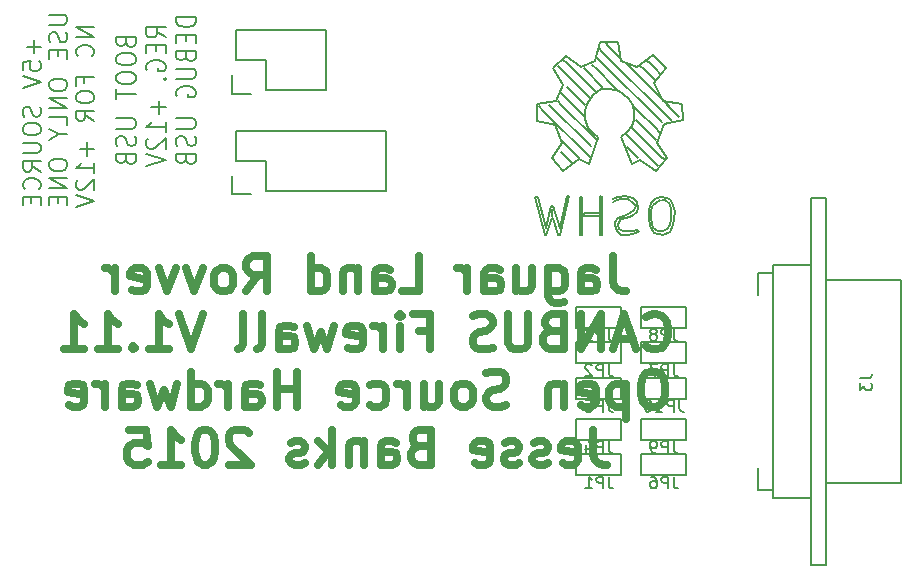
<source format=gbo>
G04 #@! TF.FileFunction,Legend,Bot*
%FSLAX46Y46*%
G04 Gerber Fmt 4.6, Leading zero omitted, Abs format (unit mm)*
G04 Created by KiCad (PCBNEW 4.0.0-rc1-stable) date 12/17/2015 4:31:31 PM*
%MOMM*%
G01*
G04 APERTURE LIST*
%ADD10C,0.100000*%
%ADD11C,0.150000*%
%ADD12C,0.700000*%
%ADD13C,0.162500*%
G04 APERTURE END LIST*
D10*
D11*
X46657143Y-114014286D02*
X46657143Y-115157143D01*
X47228571Y-114585714D02*
X46085714Y-114585714D01*
X45728571Y-116585715D02*
X45728571Y-115871429D01*
X46442857Y-115800000D01*
X46371429Y-115871429D01*
X46300000Y-116014286D01*
X46300000Y-116371429D01*
X46371429Y-116514286D01*
X46442857Y-116585715D01*
X46585714Y-116657143D01*
X46942857Y-116657143D01*
X47085714Y-116585715D01*
X47157143Y-116514286D01*
X47228571Y-116371429D01*
X47228571Y-116014286D01*
X47157143Y-115871429D01*
X47085714Y-115800000D01*
X45728571Y-117085714D02*
X47228571Y-117585714D01*
X45728571Y-118085714D01*
X47157143Y-119657142D02*
X47228571Y-119871428D01*
X47228571Y-120228571D01*
X47157143Y-120371428D01*
X47085714Y-120442857D01*
X46942857Y-120514285D01*
X46800000Y-120514285D01*
X46657143Y-120442857D01*
X46585714Y-120371428D01*
X46514286Y-120228571D01*
X46442857Y-119942857D01*
X46371429Y-119799999D01*
X46300000Y-119728571D01*
X46157143Y-119657142D01*
X46014286Y-119657142D01*
X45871429Y-119728571D01*
X45800000Y-119799999D01*
X45728571Y-119942857D01*
X45728571Y-120299999D01*
X45800000Y-120514285D01*
X45728571Y-121442856D02*
X45728571Y-121728570D01*
X45800000Y-121871428D01*
X45942857Y-122014285D01*
X46228571Y-122085713D01*
X46728571Y-122085713D01*
X47014286Y-122014285D01*
X47157143Y-121871428D01*
X47228571Y-121728570D01*
X47228571Y-121442856D01*
X47157143Y-121299999D01*
X47014286Y-121157142D01*
X46728571Y-121085713D01*
X46228571Y-121085713D01*
X45942857Y-121157142D01*
X45800000Y-121299999D01*
X45728571Y-121442856D01*
X45728571Y-122728571D02*
X46942857Y-122728571D01*
X47085714Y-122799999D01*
X47157143Y-122871428D01*
X47228571Y-123014285D01*
X47228571Y-123299999D01*
X47157143Y-123442857D01*
X47085714Y-123514285D01*
X46942857Y-123585714D01*
X45728571Y-123585714D01*
X47228571Y-125157143D02*
X46514286Y-124657143D01*
X47228571Y-124300000D02*
X45728571Y-124300000D01*
X45728571Y-124871428D01*
X45800000Y-125014286D01*
X45871429Y-125085714D01*
X46014286Y-125157143D01*
X46228571Y-125157143D01*
X46371429Y-125085714D01*
X46442857Y-125014286D01*
X46514286Y-124871428D01*
X46514286Y-124300000D01*
X47085714Y-126657143D02*
X47157143Y-126585714D01*
X47228571Y-126371428D01*
X47228571Y-126228571D01*
X47157143Y-126014286D01*
X47014286Y-125871428D01*
X46871429Y-125800000D01*
X46585714Y-125728571D01*
X46371429Y-125728571D01*
X46085714Y-125800000D01*
X45942857Y-125871428D01*
X45800000Y-126014286D01*
X45728571Y-126228571D01*
X45728571Y-126371428D01*
X45800000Y-126585714D01*
X45871429Y-126657143D01*
X46442857Y-127300000D02*
X46442857Y-127800000D01*
X47228571Y-128014286D02*
X47228571Y-127300000D01*
X45728571Y-127300000D01*
X45728571Y-128014286D01*
X47978571Y-111871427D02*
X49192857Y-111871427D01*
X49335714Y-111942855D01*
X49407143Y-112014284D01*
X49478571Y-112157141D01*
X49478571Y-112442855D01*
X49407143Y-112585713D01*
X49335714Y-112657141D01*
X49192857Y-112728570D01*
X47978571Y-112728570D01*
X49407143Y-113371427D02*
X49478571Y-113585713D01*
X49478571Y-113942856D01*
X49407143Y-114085713D01*
X49335714Y-114157142D01*
X49192857Y-114228570D01*
X49050000Y-114228570D01*
X48907143Y-114157142D01*
X48835714Y-114085713D01*
X48764286Y-113942856D01*
X48692857Y-113657142D01*
X48621429Y-113514284D01*
X48550000Y-113442856D01*
X48407143Y-113371427D01*
X48264286Y-113371427D01*
X48121429Y-113442856D01*
X48050000Y-113514284D01*
X47978571Y-113657142D01*
X47978571Y-114014284D01*
X48050000Y-114228570D01*
X48692857Y-114871427D02*
X48692857Y-115371427D01*
X49478571Y-115585713D02*
X49478571Y-114871427D01*
X47978571Y-114871427D01*
X47978571Y-115585713D01*
X47978571Y-117657141D02*
X47978571Y-117942855D01*
X48050000Y-118085713D01*
X48192857Y-118228570D01*
X48478571Y-118299998D01*
X48978571Y-118299998D01*
X49264286Y-118228570D01*
X49407143Y-118085713D01*
X49478571Y-117942855D01*
X49478571Y-117657141D01*
X49407143Y-117514284D01*
X49264286Y-117371427D01*
X48978571Y-117299998D01*
X48478571Y-117299998D01*
X48192857Y-117371427D01*
X48050000Y-117514284D01*
X47978571Y-117657141D01*
X49478571Y-118942856D02*
X47978571Y-118942856D01*
X49478571Y-119799999D01*
X47978571Y-119799999D01*
X49478571Y-121228571D02*
X49478571Y-120514285D01*
X47978571Y-120514285D01*
X48764286Y-122014285D02*
X49478571Y-122014285D01*
X47978571Y-121514285D02*
X48764286Y-122014285D01*
X47978571Y-122514285D01*
X47978571Y-124442856D02*
X47978571Y-124728570D01*
X48050000Y-124871428D01*
X48192857Y-125014285D01*
X48478571Y-125085713D01*
X48978571Y-125085713D01*
X49264286Y-125014285D01*
X49407143Y-124871428D01*
X49478571Y-124728570D01*
X49478571Y-124442856D01*
X49407143Y-124299999D01*
X49264286Y-124157142D01*
X48978571Y-124085713D01*
X48478571Y-124085713D01*
X48192857Y-124157142D01*
X48050000Y-124299999D01*
X47978571Y-124442856D01*
X49478571Y-125728571D02*
X47978571Y-125728571D01*
X49478571Y-126585714D01*
X47978571Y-126585714D01*
X48692857Y-127300000D02*
X48692857Y-127800000D01*
X49478571Y-128014286D02*
X49478571Y-127300000D01*
X47978571Y-127300000D01*
X47978571Y-128014286D01*
X51728571Y-112942858D02*
X50228571Y-112942858D01*
X51728571Y-113800001D01*
X50228571Y-113800001D01*
X51585714Y-115371430D02*
X51657143Y-115300001D01*
X51728571Y-115085715D01*
X51728571Y-114942858D01*
X51657143Y-114728573D01*
X51514286Y-114585715D01*
X51371429Y-114514287D01*
X51085714Y-114442858D01*
X50871429Y-114442858D01*
X50585714Y-114514287D01*
X50442857Y-114585715D01*
X50300000Y-114728573D01*
X50228571Y-114942858D01*
X50228571Y-115085715D01*
X50300000Y-115300001D01*
X50371429Y-115371430D01*
X50942857Y-117657144D02*
X50942857Y-117157144D01*
X51728571Y-117157144D02*
X50228571Y-117157144D01*
X50228571Y-117871430D01*
X50228571Y-118728572D02*
X50228571Y-119014286D01*
X50300000Y-119157144D01*
X50442857Y-119300001D01*
X50728571Y-119371429D01*
X51228571Y-119371429D01*
X51514286Y-119300001D01*
X51657143Y-119157144D01*
X51728571Y-119014286D01*
X51728571Y-118728572D01*
X51657143Y-118585715D01*
X51514286Y-118442858D01*
X51228571Y-118371429D01*
X50728571Y-118371429D01*
X50442857Y-118442858D01*
X50300000Y-118585715D01*
X50228571Y-118728572D01*
X51728571Y-120871430D02*
X51014286Y-120371430D01*
X51728571Y-120014287D02*
X50228571Y-120014287D01*
X50228571Y-120585715D01*
X50300000Y-120728573D01*
X50371429Y-120800001D01*
X50514286Y-120871430D01*
X50728571Y-120871430D01*
X50871429Y-120800001D01*
X50942857Y-120728573D01*
X51014286Y-120585715D01*
X51014286Y-120014287D01*
X51157143Y-122657144D02*
X51157143Y-123800001D01*
X51728571Y-123228572D02*
X50585714Y-123228572D01*
X51728571Y-125300001D02*
X51728571Y-124442858D01*
X51728571Y-124871430D02*
X50228571Y-124871430D01*
X50442857Y-124728573D01*
X50585714Y-124585715D01*
X50657143Y-124442858D01*
X50371429Y-125871429D02*
X50300000Y-125942858D01*
X50228571Y-126085715D01*
X50228571Y-126442858D01*
X50300000Y-126585715D01*
X50371429Y-126657144D01*
X50514286Y-126728572D01*
X50657143Y-126728572D01*
X50871429Y-126657144D01*
X51728571Y-125800001D01*
X51728571Y-126728572D01*
X50228571Y-127157143D02*
X51728571Y-127657143D01*
X50228571Y-128157143D01*
D12*
X95657143Y-132307143D02*
X95657143Y-134450000D01*
X95800001Y-134878571D01*
X96085715Y-135164286D01*
X96514286Y-135307143D01*
X96800001Y-135307143D01*
X92942858Y-135307143D02*
X92942858Y-133735714D01*
X93085715Y-133450000D01*
X93371429Y-133307143D01*
X93942858Y-133307143D01*
X94228572Y-133450000D01*
X92942858Y-135164286D02*
X93228572Y-135307143D01*
X93942858Y-135307143D01*
X94228572Y-135164286D01*
X94371429Y-134878571D01*
X94371429Y-134592857D01*
X94228572Y-134307143D01*
X93942858Y-134164286D01*
X93228572Y-134164286D01*
X92942858Y-134021429D01*
X90228572Y-133307143D02*
X90228572Y-135735714D01*
X90371429Y-136021429D01*
X90514286Y-136164286D01*
X90800001Y-136307143D01*
X91228572Y-136307143D01*
X91514286Y-136164286D01*
X90228572Y-135164286D02*
X90514286Y-135307143D01*
X91085715Y-135307143D01*
X91371429Y-135164286D01*
X91514286Y-135021429D01*
X91657143Y-134735714D01*
X91657143Y-133878571D01*
X91514286Y-133592857D01*
X91371429Y-133450000D01*
X91085715Y-133307143D01*
X90514286Y-133307143D01*
X90228572Y-133450000D01*
X87514286Y-133307143D02*
X87514286Y-135307143D01*
X88800000Y-133307143D02*
X88800000Y-134878571D01*
X88657143Y-135164286D01*
X88371429Y-135307143D01*
X87942857Y-135307143D01*
X87657143Y-135164286D01*
X87514286Y-135021429D01*
X84800000Y-135307143D02*
X84800000Y-133735714D01*
X84942857Y-133450000D01*
X85228571Y-133307143D01*
X85800000Y-133307143D01*
X86085714Y-133450000D01*
X84800000Y-135164286D02*
X85085714Y-135307143D01*
X85800000Y-135307143D01*
X86085714Y-135164286D01*
X86228571Y-134878571D01*
X86228571Y-134592857D01*
X86085714Y-134307143D01*
X85800000Y-134164286D01*
X85085714Y-134164286D01*
X84800000Y-134021429D01*
X83371428Y-135307143D02*
X83371428Y-133307143D01*
X83371428Y-133878571D02*
X83228571Y-133592857D01*
X83085714Y-133450000D01*
X82800000Y-133307143D01*
X82514285Y-133307143D01*
X77800000Y-135307143D02*
X79228571Y-135307143D01*
X79228571Y-132307143D01*
X75514286Y-135307143D02*
X75514286Y-133735714D01*
X75657143Y-133450000D01*
X75942857Y-133307143D01*
X76514286Y-133307143D01*
X76800000Y-133450000D01*
X75514286Y-135164286D02*
X75800000Y-135307143D01*
X76514286Y-135307143D01*
X76800000Y-135164286D01*
X76942857Y-134878571D01*
X76942857Y-134592857D01*
X76800000Y-134307143D01*
X76514286Y-134164286D01*
X75800000Y-134164286D01*
X75514286Y-134021429D01*
X74085714Y-133307143D02*
X74085714Y-135307143D01*
X74085714Y-133592857D02*
X73942857Y-133450000D01*
X73657143Y-133307143D01*
X73228571Y-133307143D01*
X72942857Y-133450000D01*
X72800000Y-133735714D01*
X72800000Y-135307143D01*
X70085714Y-135307143D02*
X70085714Y-132307143D01*
X70085714Y-135164286D02*
X70371428Y-135307143D01*
X70942857Y-135307143D01*
X71228571Y-135164286D01*
X71371428Y-135021429D01*
X71514285Y-134735714D01*
X71514285Y-133878571D01*
X71371428Y-133592857D01*
X71228571Y-133450000D01*
X70942857Y-133307143D01*
X70371428Y-133307143D01*
X70085714Y-133450000D01*
X64657143Y-135307143D02*
X65657143Y-133878571D01*
X66371428Y-135307143D02*
X66371428Y-132307143D01*
X65228571Y-132307143D01*
X64942857Y-132450000D01*
X64800000Y-132592857D01*
X64657143Y-132878571D01*
X64657143Y-133307143D01*
X64800000Y-133592857D01*
X64942857Y-133735714D01*
X65228571Y-133878571D01*
X66371428Y-133878571D01*
X62942857Y-135307143D02*
X63228571Y-135164286D01*
X63371428Y-135021429D01*
X63514285Y-134735714D01*
X63514285Y-133878571D01*
X63371428Y-133592857D01*
X63228571Y-133450000D01*
X62942857Y-133307143D01*
X62514285Y-133307143D01*
X62228571Y-133450000D01*
X62085714Y-133592857D01*
X61942857Y-133878571D01*
X61942857Y-134735714D01*
X62085714Y-135021429D01*
X62228571Y-135164286D01*
X62514285Y-135307143D01*
X62942857Y-135307143D01*
X60942857Y-133307143D02*
X60228571Y-135307143D01*
X59514285Y-133307143D01*
X58657143Y-133307143D02*
X57942857Y-135307143D01*
X57228571Y-133307143D01*
X54942857Y-135164286D02*
X55228571Y-135307143D01*
X55800000Y-135307143D01*
X56085714Y-135164286D01*
X56228571Y-134878571D01*
X56228571Y-133735714D01*
X56085714Y-133450000D01*
X55800000Y-133307143D01*
X55228571Y-133307143D01*
X54942857Y-133450000D01*
X54800000Y-133735714D01*
X54800000Y-134021429D01*
X56228571Y-134307143D01*
X53514285Y-135307143D02*
X53514285Y-133307143D01*
X53514285Y-133878571D02*
X53371428Y-133592857D01*
X53228571Y-133450000D01*
X52942857Y-133307143D01*
X52657142Y-133307143D01*
X98514287Y-139921429D02*
X98657144Y-140064286D01*
X99085715Y-140207143D01*
X99371429Y-140207143D01*
X99800001Y-140064286D01*
X100085715Y-139778571D01*
X100228572Y-139492857D01*
X100371429Y-138921429D01*
X100371429Y-138492857D01*
X100228572Y-137921429D01*
X100085715Y-137635714D01*
X99800001Y-137350000D01*
X99371429Y-137207143D01*
X99085715Y-137207143D01*
X98657144Y-137350000D01*
X98514287Y-137492857D01*
X97371429Y-139350000D02*
X95942858Y-139350000D01*
X97657144Y-140207143D02*
X96657144Y-137207143D01*
X95657144Y-140207143D01*
X94657143Y-140207143D02*
X94657143Y-137207143D01*
X92942858Y-140207143D01*
X92942858Y-137207143D01*
X90514286Y-138635714D02*
X90085715Y-138778571D01*
X89942858Y-138921429D01*
X89800001Y-139207143D01*
X89800001Y-139635714D01*
X89942858Y-139921429D01*
X90085715Y-140064286D01*
X90371429Y-140207143D01*
X91514286Y-140207143D01*
X91514286Y-137207143D01*
X90514286Y-137207143D01*
X90228572Y-137350000D01*
X90085715Y-137492857D01*
X89942858Y-137778571D01*
X89942858Y-138064286D01*
X90085715Y-138350000D01*
X90228572Y-138492857D01*
X90514286Y-138635714D01*
X91514286Y-138635714D01*
X88514286Y-137207143D02*
X88514286Y-139635714D01*
X88371429Y-139921429D01*
X88228572Y-140064286D01*
X87942858Y-140207143D01*
X87371429Y-140207143D01*
X87085715Y-140064286D01*
X86942858Y-139921429D01*
X86800001Y-139635714D01*
X86800001Y-137207143D01*
X85514286Y-140064286D02*
X85085715Y-140207143D01*
X84371429Y-140207143D01*
X84085715Y-140064286D01*
X83942858Y-139921429D01*
X83800001Y-139635714D01*
X83800001Y-139350000D01*
X83942858Y-139064286D01*
X84085715Y-138921429D01*
X84371429Y-138778571D01*
X84942858Y-138635714D01*
X85228572Y-138492857D01*
X85371429Y-138350000D01*
X85514286Y-138064286D01*
X85514286Y-137778571D01*
X85371429Y-137492857D01*
X85228572Y-137350000D01*
X84942858Y-137207143D01*
X84228572Y-137207143D01*
X83800001Y-137350000D01*
X79228572Y-138635714D02*
X80228572Y-138635714D01*
X80228572Y-140207143D02*
X80228572Y-137207143D01*
X78800001Y-137207143D01*
X77657143Y-140207143D02*
X77657143Y-138207143D01*
X77657143Y-137207143D02*
X77800000Y-137350000D01*
X77657143Y-137492857D01*
X77514286Y-137350000D01*
X77657143Y-137207143D01*
X77657143Y-137492857D01*
X76228572Y-140207143D02*
X76228572Y-138207143D01*
X76228572Y-138778571D02*
X76085715Y-138492857D01*
X75942858Y-138350000D01*
X75657144Y-138207143D01*
X75371429Y-138207143D01*
X73228572Y-140064286D02*
X73514286Y-140207143D01*
X74085715Y-140207143D01*
X74371429Y-140064286D01*
X74514286Y-139778571D01*
X74514286Y-138635714D01*
X74371429Y-138350000D01*
X74085715Y-138207143D01*
X73514286Y-138207143D01*
X73228572Y-138350000D01*
X73085715Y-138635714D01*
X73085715Y-138921429D01*
X74514286Y-139207143D01*
X72085715Y-138207143D02*
X71514286Y-140207143D01*
X70942857Y-138778571D01*
X70371429Y-140207143D01*
X69800000Y-138207143D01*
X67371429Y-140207143D02*
X67371429Y-138635714D01*
X67514286Y-138350000D01*
X67800000Y-138207143D01*
X68371429Y-138207143D01*
X68657143Y-138350000D01*
X67371429Y-140064286D02*
X67657143Y-140207143D01*
X68371429Y-140207143D01*
X68657143Y-140064286D01*
X68800000Y-139778571D01*
X68800000Y-139492857D01*
X68657143Y-139207143D01*
X68371429Y-139064286D01*
X67657143Y-139064286D01*
X67371429Y-138921429D01*
X65514286Y-140207143D02*
X65800000Y-140064286D01*
X65942857Y-139778571D01*
X65942857Y-137207143D01*
X63942857Y-140207143D02*
X64228571Y-140064286D01*
X64371428Y-139778571D01*
X64371428Y-137207143D01*
X60942857Y-137207143D02*
X59942857Y-140207143D01*
X58942857Y-137207143D01*
X56371428Y-140207143D02*
X58085713Y-140207143D01*
X57228571Y-140207143D02*
X57228571Y-137207143D01*
X57514285Y-137635714D01*
X57799999Y-137921429D01*
X58085713Y-138064286D01*
X55085713Y-139921429D02*
X54942856Y-140064286D01*
X55085713Y-140207143D01*
X55228570Y-140064286D01*
X55085713Y-139921429D01*
X55085713Y-140207143D01*
X52085714Y-140207143D02*
X53799999Y-140207143D01*
X52942857Y-140207143D02*
X52942857Y-137207143D01*
X53228571Y-137635714D01*
X53514285Y-137921429D01*
X53799999Y-138064286D01*
X49228571Y-140207143D02*
X50942856Y-140207143D01*
X50085714Y-140207143D02*
X50085714Y-137207143D01*
X50371428Y-137635714D01*
X50657142Y-137921429D01*
X50942856Y-138064286D01*
X99371430Y-142107143D02*
X98800001Y-142107143D01*
X98514287Y-142250000D01*
X98228573Y-142535714D01*
X98085715Y-143107143D01*
X98085715Y-144107143D01*
X98228573Y-144678571D01*
X98514287Y-144964286D01*
X98800001Y-145107143D01*
X99371430Y-145107143D01*
X99657144Y-144964286D01*
X99942858Y-144678571D01*
X100085715Y-144107143D01*
X100085715Y-143107143D01*
X99942858Y-142535714D01*
X99657144Y-142250000D01*
X99371430Y-142107143D01*
X96800001Y-143107143D02*
X96800001Y-146107143D01*
X96800001Y-143250000D02*
X96514287Y-143107143D01*
X95942858Y-143107143D01*
X95657144Y-143250000D01*
X95514287Y-143392857D01*
X95371430Y-143678571D01*
X95371430Y-144535714D01*
X95514287Y-144821429D01*
X95657144Y-144964286D01*
X95942858Y-145107143D01*
X96514287Y-145107143D01*
X96800001Y-144964286D01*
X92942858Y-144964286D02*
X93228572Y-145107143D01*
X93800001Y-145107143D01*
X94085715Y-144964286D01*
X94228572Y-144678571D01*
X94228572Y-143535714D01*
X94085715Y-143250000D01*
X93800001Y-143107143D01*
X93228572Y-143107143D01*
X92942858Y-143250000D01*
X92800001Y-143535714D01*
X92800001Y-143821429D01*
X94228572Y-144107143D01*
X91514286Y-143107143D02*
X91514286Y-145107143D01*
X91514286Y-143392857D02*
X91371429Y-143250000D01*
X91085715Y-143107143D01*
X90657143Y-143107143D01*
X90371429Y-143250000D01*
X90228572Y-143535714D01*
X90228572Y-145107143D01*
X86657143Y-144964286D02*
X86228572Y-145107143D01*
X85514286Y-145107143D01*
X85228572Y-144964286D01*
X85085715Y-144821429D01*
X84942858Y-144535714D01*
X84942858Y-144250000D01*
X85085715Y-143964286D01*
X85228572Y-143821429D01*
X85514286Y-143678571D01*
X86085715Y-143535714D01*
X86371429Y-143392857D01*
X86514286Y-143250000D01*
X86657143Y-142964286D01*
X86657143Y-142678571D01*
X86514286Y-142392857D01*
X86371429Y-142250000D01*
X86085715Y-142107143D01*
X85371429Y-142107143D01*
X84942858Y-142250000D01*
X83228572Y-145107143D02*
X83514286Y-144964286D01*
X83657143Y-144821429D01*
X83800000Y-144535714D01*
X83800000Y-143678571D01*
X83657143Y-143392857D01*
X83514286Y-143250000D01*
X83228572Y-143107143D01*
X82800000Y-143107143D01*
X82514286Y-143250000D01*
X82371429Y-143392857D01*
X82228572Y-143678571D01*
X82228572Y-144535714D01*
X82371429Y-144821429D01*
X82514286Y-144964286D01*
X82800000Y-145107143D01*
X83228572Y-145107143D01*
X79657143Y-143107143D02*
X79657143Y-145107143D01*
X80942857Y-143107143D02*
X80942857Y-144678571D01*
X80800000Y-144964286D01*
X80514286Y-145107143D01*
X80085714Y-145107143D01*
X79800000Y-144964286D01*
X79657143Y-144821429D01*
X78228571Y-145107143D02*
X78228571Y-143107143D01*
X78228571Y-143678571D02*
X78085714Y-143392857D01*
X77942857Y-143250000D01*
X77657143Y-143107143D01*
X77371428Y-143107143D01*
X75085714Y-144964286D02*
X75371428Y-145107143D01*
X75942857Y-145107143D01*
X76228571Y-144964286D01*
X76371428Y-144821429D01*
X76514285Y-144535714D01*
X76514285Y-143678571D01*
X76371428Y-143392857D01*
X76228571Y-143250000D01*
X75942857Y-143107143D01*
X75371428Y-143107143D01*
X75085714Y-143250000D01*
X72657142Y-144964286D02*
X72942856Y-145107143D01*
X73514285Y-145107143D01*
X73799999Y-144964286D01*
X73942856Y-144678571D01*
X73942856Y-143535714D01*
X73799999Y-143250000D01*
X73514285Y-143107143D01*
X72942856Y-143107143D01*
X72657142Y-143250000D01*
X72514285Y-143535714D01*
X72514285Y-143821429D01*
X73942856Y-144107143D01*
X68942856Y-145107143D02*
X68942856Y-142107143D01*
X68942856Y-143535714D02*
X67228571Y-143535714D01*
X67228571Y-145107143D02*
X67228571Y-142107143D01*
X64514285Y-145107143D02*
X64514285Y-143535714D01*
X64657142Y-143250000D01*
X64942856Y-143107143D01*
X65514285Y-143107143D01*
X65799999Y-143250000D01*
X64514285Y-144964286D02*
X64799999Y-145107143D01*
X65514285Y-145107143D01*
X65799999Y-144964286D01*
X65942856Y-144678571D01*
X65942856Y-144392857D01*
X65799999Y-144107143D01*
X65514285Y-143964286D01*
X64799999Y-143964286D01*
X64514285Y-143821429D01*
X63085713Y-145107143D02*
X63085713Y-143107143D01*
X63085713Y-143678571D02*
X62942856Y-143392857D01*
X62799999Y-143250000D01*
X62514285Y-143107143D01*
X62228570Y-143107143D01*
X59942856Y-145107143D02*
X59942856Y-142107143D01*
X59942856Y-144964286D02*
X60228570Y-145107143D01*
X60799999Y-145107143D01*
X61085713Y-144964286D01*
X61228570Y-144821429D01*
X61371427Y-144535714D01*
X61371427Y-143678571D01*
X61228570Y-143392857D01*
X61085713Y-143250000D01*
X60799999Y-143107143D01*
X60228570Y-143107143D01*
X59942856Y-143250000D01*
X58799999Y-143107143D02*
X58228570Y-145107143D01*
X57657141Y-143678571D01*
X57085713Y-145107143D01*
X56514284Y-143107143D01*
X54085713Y-145107143D02*
X54085713Y-143535714D01*
X54228570Y-143250000D01*
X54514284Y-143107143D01*
X55085713Y-143107143D01*
X55371427Y-143250000D01*
X54085713Y-144964286D02*
X54371427Y-145107143D01*
X55085713Y-145107143D01*
X55371427Y-144964286D01*
X55514284Y-144678571D01*
X55514284Y-144392857D01*
X55371427Y-144107143D01*
X55085713Y-143964286D01*
X54371427Y-143964286D01*
X54085713Y-143821429D01*
X52657141Y-145107143D02*
X52657141Y-143107143D01*
X52657141Y-143678571D02*
X52514284Y-143392857D01*
X52371427Y-143250000D01*
X52085713Y-143107143D01*
X51799998Y-143107143D01*
X49657141Y-144964286D02*
X49942855Y-145107143D01*
X50514284Y-145107143D01*
X50799998Y-144964286D01*
X50942855Y-144678571D01*
X50942855Y-143535714D01*
X50799998Y-143250000D01*
X50514284Y-143107143D01*
X49942855Y-143107143D01*
X49657141Y-143250000D01*
X49514284Y-143535714D01*
X49514284Y-143821429D01*
X50942855Y-144107143D01*
X94014285Y-147007143D02*
X94014285Y-149150000D01*
X94157143Y-149578571D01*
X94442857Y-149864286D01*
X94871428Y-150007143D01*
X95157143Y-150007143D01*
X91442857Y-149864286D02*
X91728571Y-150007143D01*
X92300000Y-150007143D01*
X92585714Y-149864286D01*
X92728571Y-149578571D01*
X92728571Y-148435714D01*
X92585714Y-148150000D01*
X92300000Y-148007143D01*
X91728571Y-148007143D01*
X91442857Y-148150000D01*
X91300000Y-148435714D01*
X91300000Y-148721429D01*
X92728571Y-149007143D01*
X90157142Y-149864286D02*
X89871428Y-150007143D01*
X89300000Y-150007143D01*
X89014285Y-149864286D01*
X88871428Y-149578571D01*
X88871428Y-149435714D01*
X89014285Y-149150000D01*
X89300000Y-149007143D01*
X89728571Y-149007143D01*
X90014285Y-148864286D01*
X90157142Y-148578571D01*
X90157142Y-148435714D01*
X90014285Y-148150000D01*
X89728571Y-148007143D01*
X89300000Y-148007143D01*
X89014285Y-148150000D01*
X87728571Y-149864286D02*
X87442857Y-150007143D01*
X86871429Y-150007143D01*
X86585714Y-149864286D01*
X86442857Y-149578571D01*
X86442857Y-149435714D01*
X86585714Y-149150000D01*
X86871429Y-149007143D01*
X87300000Y-149007143D01*
X87585714Y-148864286D01*
X87728571Y-148578571D01*
X87728571Y-148435714D01*
X87585714Y-148150000D01*
X87300000Y-148007143D01*
X86871429Y-148007143D01*
X86585714Y-148150000D01*
X84014286Y-149864286D02*
X84300000Y-150007143D01*
X84871429Y-150007143D01*
X85157143Y-149864286D01*
X85300000Y-149578571D01*
X85300000Y-148435714D01*
X85157143Y-148150000D01*
X84871429Y-148007143D01*
X84300000Y-148007143D01*
X84014286Y-148150000D01*
X83871429Y-148435714D01*
X83871429Y-148721429D01*
X85300000Y-149007143D01*
X79300000Y-148435714D02*
X78871429Y-148578571D01*
X78728572Y-148721429D01*
X78585715Y-149007143D01*
X78585715Y-149435714D01*
X78728572Y-149721429D01*
X78871429Y-149864286D01*
X79157143Y-150007143D01*
X80300000Y-150007143D01*
X80300000Y-147007143D01*
X79300000Y-147007143D01*
X79014286Y-147150000D01*
X78871429Y-147292857D01*
X78728572Y-147578571D01*
X78728572Y-147864286D01*
X78871429Y-148150000D01*
X79014286Y-148292857D01*
X79300000Y-148435714D01*
X80300000Y-148435714D01*
X76014286Y-150007143D02*
X76014286Y-148435714D01*
X76157143Y-148150000D01*
X76442857Y-148007143D01*
X77014286Y-148007143D01*
X77300000Y-148150000D01*
X76014286Y-149864286D02*
X76300000Y-150007143D01*
X77014286Y-150007143D01*
X77300000Y-149864286D01*
X77442857Y-149578571D01*
X77442857Y-149292857D01*
X77300000Y-149007143D01*
X77014286Y-148864286D01*
X76300000Y-148864286D01*
X76014286Y-148721429D01*
X74585714Y-148007143D02*
X74585714Y-150007143D01*
X74585714Y-148292857D02*
X74442857Y-148150000D01*
X74157143Y-148007143D01*
X73728571Y-148007143D01*
X73442857Y-148150000D01*
X73300000Y-148435714D01*
X73300000Y-150007143D01*
X71871428Y-150007143D02*
X71871428Y-147007143D01*
X71585714Y-148864286D02*
X70728571Y-150007143D01*
X70728571Y-148007143D02*
X71871428Y-149150000D01*
X69585714Y-149864286D02*
X69300000Y-150007143D01*
X68728572Y-150007143D01*
X68442857Y-149864286D01*
X68300000Y-149578571D01*
X68300000Y-149435714D01*
X68442857Y-149150000D01*
X68728572Y-149007143D01*
X69157143Y-149007143D01*
X69442857Y-148864286D01*
X69585714Y-148578571D01*
X69585714Y-148435714D01*
X69442857Y-148150000D01*
X69157143Y-148007143D01*
X68728572Y-148007143D01*
X68442857Y-148150000D01*
X64871429Y-147292857D02*
X64728572Y-147150000D01*
X64442858Y-147007143D01*
X63728572Y-147007143D01*
X63442858Y-147150000D01*
X63300001Y-147292857D01*
X63157144Y-147578571D01*
X63157144Y-147864286D01*
X63300001Y-148292857D01*
X65014287Y-150007143D01*
X63157144Y-150007143D01*
X61300001Y-147007143D02*
X61014286Y-147007143D01*
X60728572Y-147150000D01*
X60585715Y-147292857D01*
X60442858Y-147578571D01*
X60300001Y-148150000D01*
X60300001Y-148864286D01*
X60442858Y-149435714D01*
X60585715Y-149721429D01*
X60728572Y-149864286D01*
X61014286Y-150007143D01*
X61300001Y-150007143D01*
X61585715Y-149864286D01*
X61728572Y-149721429D01*
X61871429Y-149435714D01*
X62014286Y-148864286D01*
X62014286Y-148150000D01*
X61871429Y-147578571D01*
X61728572Y-147292857D01*
X61585715Y-147150000D01*
X61300001Y-147007143D01*
X57442858Y-150007143D02*
X59157143Y-150007143D01*
X58300001Y-150007143D02*
X58300001Y-147007143D01*
X58585715Y-147435714D01*
X58871429Y-147721429D01*
X59157143Y-147864286D01*
X54728572Y-147007143D02*
X56157143Y-147007143D01*
X56300000Y-148435714D01*
X56157143Y-148292857D01*
X55871429Y-148150000D01*
X55157143Y-148150000D01*
X54871429Y-148292857D01*
X54728572Y-148435714D01*
X54585715Y-148721429D01*
X54585715Y-149435714D01*
X54728572Y-149721429D01*
X54871429Y-149864286D01*
X55157143Y-150007143D01*
X55871429Y-150007143D01*
X56157143Y-149864286D01*
X56300000Y-149721429D01*
D13*
X54436071Y-114228571D02*
X54517024Y-114442857D01*
X54597976Y-114514285D01*
X54759881Y-114585714D01*
X55002738Y-114585714D01*
X55164643Y-114514285D01*
X55245595Y-114442857D01*
X55326548Y-114299999D01*
X55326548Y-113728571D01*
X53626548Y-113728571D01*
X53626548Y-114228571D01*
X53707500Y-114371428D01*
X53788452Y-114442857D01*
X53950357Y-114514285D01*
X54112262Y-114514285D01*
X54274167Y-114442857D01*
X54355119Y-114371428D01*
X54436071Y-114228571D01*
X54436071Y-113728571D01*
X53626548Y-115514285D02*
X53626548Y-115799999D01*
X53707500Y-115942857D01*
X53869405Y-116085714D01*
X54193214Y-116157142D01*
X54759881Y-116157142D01*
X55083690Y-116085714D01*
X55245595Y-115942857D01*
X55326548Y-115799999D01*
X55326548Y-115514285D01*
X55245595Y-115371428D01*
X55083690Y-115228571D01*
X54759881Y-115157142D01*
X54193214Y-115157142D01*
X53869405Y-115228571D01*
X53707500Y-115371428D01*
X53626548Y-115514285D01*
X53626548Y-117085714D02*
X53626548Y-117371428D01*
X53707500Y-117514286D01*
X53869405Y-117657143D01*
X54193214Y-117728571D01*
X54759881Y-117728571D01*
X55083690Y-117657143D01*
X55245595Y-117514286D01*
X55326548Y-117371428D01*
X55326548Y-117085714D01*
X55245595Y-116942857D01*
X55083690Y-116800000D01*
X54759881Y-116728571D01*
X54193214Y-116728571D01*
X53869405Y-116800000D01*
X53707500Y-116942857D01*
X53626548Y-117085714D01*
X53626548Y-118157143D02*
X53626548Y-119014286D01*
X55326548Y-118585715D02*
X53626548Y-118585715D01*
X53626548Y-120657143D02*
X55002738Y-120657143D01*
X55164643Y-120728571D01*
X55245595Y-120800000D01*
X55326548Y-120942857D01*
X55326548Y-121228571D01*
X55245595Y-121371429D01*
X55164643Y-121442857D01*
X55002738Y-121514286D01*
X53626548Y-121514286D01*
X55245595Y-122157143D02*
X55326548Y-122371429D01*
X55326548Y-122728572D01*
X55245595Y-122871429D01*
X55164643Y-122942858D01*
X55002738Y-123014286D01*
X54840833Y-123014286D01*
X54678929Y-122942858D01*
X54597976Y-122871429D01*
X54517024Y-122728572D01*
X54436071Y-122442858D01*
X54355119Y-122300000D01*
X54274167Y-122228572D01*
X54112262Y-122157143D01*
X53950357Y-122157143D01*
X53788452Y-122228572D01*
X53707500Y-122300000D01*
X53626548Y-122442858D01*
X53626548Y-122800000D01*
X53707500Y-123014286D01*
X54436071Y-124157143D02*
X54517024Y-124371429D01*
X54597976Y-124442857D01*
X54759881Y-124514286D01*
X55002738Y-124514286D01*
X55164643Y-124442857D01*
X55245595Y-124371429D01*
X55326548Y-124228571D01*
X55326548Y-123657143D01*
X53626548Y-123657143D01*
X53626548Y-124157143D01*
X53707500Y-124300000D01*
X53788452Y-124371429D01*
X53950357Y-124442857D01*
X54112262Y-124442857D01*
X54274167Y-124371429D01*
X54355119Y-124300000D01*
X54436071Y-124157143D01*
X54436071Y-123657143D01*
X57869048Y-113800001D02*
X57059524Y-113300001D01*
X57869048Y-112942858D02*
X56169048Y-112942858D01*
X56169048Y-113514286D01*
X56250000Y-113657144D01*
X56330952Y-113728572D01*
X56492857Y-113800001D01*
X56735714Y-113800001D01*
X56897619Y-113728572D01*
X56978571Y-113657144D01*
X57059524Y-113514286D01*
X57059524Y-112942858D01*
X56978571Y-114442858D02*
X56978571Y-114942858D01*
X57869048Y-115157144D02*
X57869048Y-114442858D01*
X56169048Y-114442858D01*
X56169048Y-115157144D01*
X56250000Y-116585715D02*
X56169048Y-116442858D01*
X56169048Y-116228572D01*
X56250000Y-116014287D01*
X56411905Y-115871429D01*
X56573810Y-115800001D01*
X56897619Y-115728572D01*
X57140476Y-115728572D01*
X57464286Y-115800001D01*
X57626190Y-115871429D01*
X57788095Y-116014287D01*
X57869048Y-116228572D01*
X57869048Y-116371429D01*
X57788095Y-116585715D01*
X57707143Y-116657144D01*
X57140476Y-116657144D01*
X57140476Y-116371429D01*
X57707143Y-117300001D02*
X57788095Y-117371429D01*
X57869048Y-117300001D01*
X57788095Y-117228572D01*
X57707143Y-117300001D01*
X57869048Y-117300001D01*
X57221429Y-119157144D02*
X57221429Y-120300001D01*
X57869048Y-119728572D02*
X56573810Y-119728572D01*
X57869048Y-121800001D02*
X57869048Y-120942858D01*
X57869048Y-121371430D02*
X56169048Y-121371430D01*
X56411905Y-121228573D01*
X56573810Y-121085715D01*
X56654762Y-120942858D01*
X56330952Y-122371429D02*
X56250000Y-122442858D01*
X56169048Y-122585715D01*
X56169048Y-122942858D01*
X56250000Y-123085715D01*
X56330952Y-123157144D01*
X56492857Y-123228572D01*
X56654762Y-123228572D01*
X56897619Y-123157144D01*
X57869048Y-122300001D01*
X57869048Y-123228572D01*
X56169048Y-123657143D02*
X57869048Y-124157143D01*
X56169048Y-124657143D01*
X60411548Y-112085714D02*
X58711548Y-112085714D01*
X58711548Y-112442857D01*
X58792500Y-112657142D01*
X58954405Y-112800000D01*
X59116310Y-112871428D01*
X59440119Y-112942857D01*
X59682976Y-112942857D01*
X60006786Y-112871428D01*
X60168690Y-112800000D01*
X60330595Y-112657142D01*
X60411548Y-112442857D01*
X60411548Y-112085714D01*
X59521071Y-113585714D02*
X59521071Y-114085714D01*
X60411548Y-114300000D02*
X60411548Y-113585714D01*
X58711548Y-113585714D01*
X58711548Y-114300000D01*
X59521071Y-115442857D02*
X59602024Y-115657143D01*
X59682976Y-115728571D01*
X59844881Y-115800000D01*
X60087738Y-115800000D01*
X60249643Y-115728571D01*
X60330595Y-115657143D01*
X60411548Y-115514285D01*
X60411548Y-114942857D01*
X58711548Y-114942857D01*
X58711548Y-115442857D01*
X58792500Y-115585714D01*
X58873452Y-115657143D01*
X59035357Y-115728571D01*
X59197262Y-115728571D01*
X59359167Y-115657143D01*
X59440119Y-115585714D01*
X59521071Y-115442857D01*
X59521071Y-114942857D01*
X58711548Y-116442857D02*
X60087738Y-116442857D01*
X60249643Y-116514285D01*
X60330595Y-116585714D01*
X60411548Y-116728571D01*
X60411548Y-117014285D01*
X60330595Y-117157143D01*
X60249643Y-117228571D01*
X60087738Y-117300000D01*
X58711548Y-117300000D01*
X58792500Y-118800000D02*
X58711548Y-118657143D01*
X58711548Y-118442857D01*
X58792500Y-118228572D01*
X58954405Y-118085714D01*
X59116310Y-118014286D01*
X59440119Y-117942857D01*
X59682976Y-117942857D01*
X60006786Y-118014286D01*
X60168690Y-118085714D01*
X60330595Y-118228572D01*
X60411548Y-118442857D01*
X60411548Y-118585714D01*
X60330595Y-118800000D01*
X60249643Y-118871429D01*
X59682976Y-118871429D01*
X59682976Y-118585714D01*
X58711548Y-120657143D02*
X60087738Y-120657143D01*
X60249643Y-120728571D01*
X60330595Y-120800000D01*
X60411548Y-120942857D01*
X60411548Y-121228571D01*
X60330595Y-121371429D01*
X60249643Y-121442857D01*
X60087738Y-121514286D01*
X58711548Y-121514286D01*
X60330595Y-122157143D02*
X60411548Y-122371429D01*
X60411548Y-122728572D01*
X60330595Y-122871429D01*
X60249643Y-122942858D01*
X60087738Y-123014286D01*
X59925833Y-123014286D01*
X59763929Y-122942858D01*
X59682976Y-122871429D01*
X59602024Y-122728572D01*
X59521071Y-122442858D01*
X59440119Y-122300000D01*
X59359167Y-122228572D01*
X59197262Y-122157143D01*
X59035357Y-122157143D01*
X58873452Y-122228572D01*
X58792500Y-122300000D01*
X58711548Y-122442858D01*
X58711548Y-122800000D01*
X58792500Y-123014286D01*
X59521071Y-124157143D02*
X59602024Y-124371429D01*
X59682976Y-124442857D01*
X59844881Y-124514286D01*
X60087738Y-124514286D01*
X60249643Y-124442857D01*
X60330595Y-124371429D01*
X60411548Y-124228571D01*
X60411548Y-123657143D01*
X58711548Y-123657143D01*
X58711548Y-124157143D01*
X58792500Y-124300000D01*
X58873452Y-124371429D01*
X59035357Y-124442857D01*
X59197262Y-124442857D01*
X59359167Y-124371429D01*
X59440119Y-124300000D01*
X59521071Y-124157143D01*
X59521071Y-123657143D01*
D11*
X63730000Y-121690000D02*
X76430000Y-121690000D01*
X76430000Y-121690000D02*
X76430000Y-126770000D01*
X76430000Y-126770000D02*
X66270000Y-126770000D01*
X63730000Y-121690000D02*
X63730000Y-124230000D01*
X65000000Y-127050000D02*
X63450000Y-127050000D01*
X63730000Y-124230000D02*
X66270000Y-124230000D01*
X66270000Y-124230000D02*
X66270000Y-126770000D01*
X63450000Y-127050000D02*
X63450000Y-125500000D01*
X71350000Y-118270000D02*
X66270000Y-118270000D01*
X63450000Y-118550000D02*
X65000000Y-118550000D01*
X63730000Y-115730000D02*
X66270000Y-115730000D01*
X66270000Y-115730000D02*
X66270000Y-118270000D01*
X71350000Y-118270000D02*
X71350000Y-113190000D01*
X71350000Y-113190000D02*
X66270000Y-113190000D01*
X63450000Y-118550000D02*
X63450000Y-117000000D01*
X63730000Y-113190000D02*
X63730000Y-115730000D01*
X66270000Y-113190000D02*
X63730000Y-113190000D01*
X120065000Y-151509000D02*
X120065000Y-134364000D01*
X109270000Y-133729000D02*
X109270000Y-152144000D01*
X109270000Y-133094000D02*
X109270000Y-133729000D01*
X112445000Y-133094000D02*
X112445000Y-152779000D01*
X112445000Y-127379000D02*
X112445000Y-133094000D01*
X113715000Y-158494000D02*
X113715000Y-127379000D01*
X113715000Y-134364000D02*
X120065000Y-134364000D01*
X112445000Y-127379000D02*
X113715000Y-127379000D01*
X109270000Y-133094000D02*
X112445000Y-133094000D01*
X108000000Y-135634000D02*
X108000000Y-133729000D01*
X108000000Y-133729000D02*
X109270000Y-133729000D01*
X113715000Y-151509000D02*
X120065000Y-151509000D01*
X112445000Y-152779000D02*
X112445000Y-158494000D01*
X112445000Y-158494000D02*
X113715000Y-158494000D01*
X109270000Y-152144000D02*
X109270000Y-152779000D01*
X109270000Y-152779000D02*
X112445000Y-152779000D01*
X108000000Y-150239000D02*
X108000000Y-152144000D01*
X108000000Y-152144000D02*
X109270000Y-152144000D01*
X94799620Y-115000480D02*
X100700040Y-120900900D01*
X100400320Y-119600420D02*
X99899940Y-119100040D01*
X95800380Y-118000220D02*
X96100100Y-118299940D01*
X97799360Y-120999960D02*
X97601240Y-120799300D01*
X98800120Y-116001240D02*
X98599460Y-115800580D01*
X99300500Y-116499080D02*
X99699280Y-116900400D01*
X98299740Y-116499080D02*
X98000020Y-116199360D01*
X97298980Y-116499080D02*
X96801140Y-116001240D01*
X95300000Y-114500100D02*
X95099340Y-114299440D01*
X94799620Y-115000480D02*
X94499900Y-114700760D01*
X94799620Y-116001240D02*
X94299240Y-115500860D01*
X93301020Y-116499080D02*
X93199420Y-116400020D01*
X94299240Y-116499080D02*
X93900460Y-116100300D01*
X91799880Y-116001240D02*
X91500160Y-115698980D01*
X91299500Y-116499080D02*
X90999780Y-116199360D01*
X99300500Y-121500340D02*
X99600220Y-121800060D01*
X97799360Y-119999200D02*
X97499640Y-119699480D01*
X99899940Y-123999700D02*
X100100600Y-124200360D01*
X97799360Y-122000720D02*
X97298980Y-121500340D01*
X99300500Y-124500080D02*
X99501160Y-124700740D01*
X97298980Y-122501100D02*
X96801140Y-122000720D01*
X97298980Y-123499320D02*
X96900200Y-123100540D01*
X91799880Y-119000980D02*
X91299500Y-118500600D01*
X91299500Y-119498820D02*
X90999780Y-119199100D01*
X91799880Y-122998940D02*
X91401100Y-122600160D01*
X89800900Y-119999200D02*
X89399580Y-119600420D01*
X91299500Y-123499320D02*
X92300260Y-124500080D01*
X91799880Y-122998940D02*
X92800640Y-123999700D01*
X89800900Y-119999200D02*
X93798860Y-123999700D01*
X90298740Y-119498820D02*
X93798860Y-122998940D01*
X91299500Y-119498820D02*
X94299240Y-122501100D01*
X97298980Y-123499320D02*
X97799360Y-123999700D01*
X97298980Y-122501100D02*
X99300500Y-124500080D01*
X97799360Y-122000720D02*
X99800880Y-123999700D01*
X97799360Y-120999960D02*
X99300500Y-122501100D01*
X97799360Y-119999200D02*
X99300500Y-121500340D01*
X95300000Y-114500100D02*
X96300760Y-115500860D01*
X98800120Y-116001240D02*
X99300500Y-116499080D01*
X98299740Y-116499080D02*
X99300500Y-117499840D01*
X100301260Y-119498820D02*
X101299480Y-120499580D01*
X97298980Y-116499080D02*
X99800880Y-119000980D01*
X94799620Y-116001240D02*
X99800880Y-120999960D01*
X91799880Y-119000980D02*
X93301020Y-120499580D01*
X91799880Y-118000220D02*
X93301020Y-119498820D01*
X94299240Y-116499080D02*
X95800380Y-118000220D01*
X91299500Y-116499080D02*
X93798860Y-119000980D01*
X91799880Y-116001240D02*
X94299240Y-118500600D01*
X93301020Y-116499080D02*
X94799620Y-118000220D01*
X90499400Y-128299920D02*
X90499400Y-128899360D01*
X92000540Y-127200100D02*
X91200440Y-130499560D01*
X91200440Y-130499560D02*
X90999780Y-130499560D01*
X90999780Y-130499560D02*
X90601000Y-129100020D01*
X90601000Y-129100020D02*
X90499400Y-129100020D01*
X90499400Y-129100020D02*
X89999020Y-130499560D01*
X89999020Y-130499560D02*
X89899960Y-130499560D01*
X89899960Y-130499560D02*
X89099860Y-127299160D01*
X89099860Y-127299160D02*
X89300520Y-127299160D01*
X89300520Y-127299160D02*
X89999020Y-129900120D01*
X89999020Y-129900120D02*
X90400340Y-128099260D01*
X90400340Y-128099260D02*
X90601000Y-128099260D01*
X90601000Y-128099260D02*
X91200440Y-129900120D01*
X91200440Y-129900120D02*
X91799880Y-127200100D01*
X91799880Y-127200100D02*
X92000540Y-127200100D01*
X94700560Y-128701240D02*
X93199420Y-128701240D01*
X93199420Y-128701240D02*
X93199420Y-128899360D01*
X93199420Y-128899360D02*
X94598960Y-128899360D01*
X93100360Y-127299160D02*
X93100360Y-130499560D01*
X93100360Y-130499560D02*
X92899700Y-130499560D01*
X92899700Y-130499560D02*
X92899700Y-127299160D01*
X92899700Y-127299160D02*
X93100360Y-127299160D01*
X94598960Y-127200100D02*
X94700560Y-127200100D01*
X94799620Y-127200100D02*
X94799620Y-130499560D01*
X94799620Y-130499560D02*
X94598960Y-130499560D01*
X94598960Y-130499560D02*
X94598960Y-127200100D01*
X95698780Y-127499820D02*
X95800380Y-127400760D01*
X95800380Y-127400760D02*
X96199160Y-127299160D01*
X96199160Y-127299160D02*
X96699540Y-127200100D01*
X96699540Y-127200100D02*
X97400580Y-127400760D01*
X97400580Y-127400760D02*
X97700300Y-127700480D01*
X97700300Y-127700480D02*
X97799360Y-128200860D01*
X97799360Y-128200860D02*
X97700300Y-128599640D01*
X97700300Y-128599640D02*
X97298980Y-128899360D01*
X97298980Y-128899360D02*
X96801140Y-129100020D01*
X96801140Y-129100020D02*
X96399820Y-129199080D01*
X96399820Y-129199080D02*
X96199160Y-129399740D01*
X96199160Y-129399740D02*
X96100100Y-129699460D01*
X96100100Y-129699460D02*
X96199160Y-129999180D01*
X96199160Y-129999180D02*
X96498880Y-130199840D01*
X96498880Y-130199840D02*
X96900200Y-130199840D01*
X96900200Y-130199840D02*
X97400580Y-130199840D01*
X97400580Y-130199840D02*
X97700300Y-130100780D01*
X97700300Y-130100780D02*
X97900960Y-130199840D01*
X97900960Y-130199840D02*
X97601240Y-130400500D01*
X97601240Y-130400500D02*
X96999260Y-130499560D01*
X96999260Y-130499560D02*
X96399820Y-130499560D01*
X96399820Y-130499560D02*
X96001040Y-130199840D01*
X96001040Y-130199840D02*
X95899440Y-129699460D01*
X95899440Y-129699460D02*
X95899440Y-129399740D01*
X95899440Y-129399740D02*
X96100100Y-129100020D01*
X96100100Y-129100020D02*
X96600480Y-128899360D01*
X96600480Y-128899360D02*
X97100860Y-128701240D01*
X97100860Y-128701240D02*
X97499640Y-128398980D01*
X97499640Y-128398980D02*
X97601240Y-128099260D01*
X97601240Y-128099260D02*
X97400580Y-127799540D01*
X97400580Y-127799540D02*
X96999260Y-127499820D01*
X96999260Y-127499820D02*
X96399820Y-127499820D01*
X96399820Y-127499820D02*
X96001040Y-127598880D01*
X96001040Y-127598880D02*
X95698780Y-127700480D01*
X99800880Y-127598880D02*
X100100600Y-127598880D01*
X100100600Y-127598880D02*
X100499380Y-127901140D01*
X100499380Y-127901140D02*
X100600980Y-128398980D01*
X100600980Y-128398980D02*
X100600980Y-129199080D01*
X100600980Y-129199080D02*
X100499380Y-129699460D01*
X100499380Y-129699460D02*
X100301260Y-129999180D01*
X100301260Y-129999180D02*
X99899940Y-130199840D01*
X99899940Y-130199840D02*
X99501160Y-130199840D01*
X99501160Y-130199840D02*
X99099840Y-129900120D01*
X99099840Y-129900120D02*
X98899180Y-129199080D01*
X98899180Y-129199080D02*
X98899180Y-128398980D01*
X98899180Y-128398980D02*
X99099840Y-128000200D01*
X99099840Y-128000200D02*
X99300500Y-127799540D01*
X99300500Y-127799540D02*
X99699280Y-127598880D01*
X99800880Y-127299160D02*
X100199660Y-127400760D01*
X100199660Y-127400760D02*
X100499380Y-127499820D01*
X100499380Y-127499820D02*
X100799100Y-128000200D01*
X100799100Y-128000200D02*
X100900700Y-128599640D01*
X100900700Y-128599640D02*
X100799100Y-129699460D01*
X100799100Y-129699460D02*
X100499380Y-130298900D01*
X100499380Y-130298900D02*
X99899940Y-130499560D01*
X99899940Y-130499560D02*
X99198900Y-130400500D01*
X99198900Y-130400500D02*
X98800120Y-129801060D01*
X98800120Y-129801060D02*
X98701060Y-129100020D01*
X98701060Y-129100020D02*
X98701060Y-128398980D01*
X98701060Y-128398980D02*
X98899180Y-127799540D01*
X98899180Y-127799540D02*
X99300500Y-127400760D01*
X99300500Y-127400760D02*
X99800880Y-127299160D01*
X96399820Y-122201380D02*
X96900200Y-121800060D01*
X96900200Y-121800060D02*
X97298980Y-121299680D01*
X97298980Y-121299680D02*
X97499640Y-120799300D01*
X97499640Y-120799300D02*
X97499640Y-120100800D01*
X97499640Y-120100800D02*
X97398040Y-119501360D01*
X97398040Y-119501360D02*
X96999260Y-118899380D01*
X96999260Y-118899380D02*
X96199160Y-118299940D01*
X96199160Y-118299940D02*
X95399060Y-118200880D01*
X95399060Y-118200880D02*
X94698020Y-118200880D01*
X94698020Y-118200880D02*
X93999520Y-118701260D01*
X93999520Y-118701260D02*
X93499140Y-119399760D01*
X93499140Y-119399760D02*
X93298480Y-119999200D01*
X93298480Y-119999200D02*
X93298480Y-120700240D01*
X93298480Y-120700240D02*
X93598200Y-121500340D01*
X93598200Y-121500340D02*
X94098580Y-122000720D01*
X94098580Y-122000720D02*
X94398300Y-122201380D01*
X94398300Y-122300440D02*
X93649000Y-124550880D01*
X93649000Y-124550880D02*
X92798100Y-124101300D01*
X92798100Y-124101300D02*
X91500160Y-125099520D01*
X91500160Y-125099520D02*
X90499400Y-123999700D01*
X90499400Y-123999700D02*
X91398560Y-122699220D01*
X91398560Y-122699220D02*
X90898180Y-121401280D01*
X90898180Y-121401280D02*
X90898180Y-121200620D01*
X90898180Y-121200620D02*
X89297980Y-120900900D01*
X89297980Y-120900900D02*
X89297980Y-119399760D01*
X89297980Y-119399760D02*
X90898180Y-119201640D01*
X90898180Y-119201640D02*
X91500160Y-117799560D01*
X91500160Y-117799560D02*
X90598460Y-116400020D01*
X90598460Y-116400020D02*
X91698280Y-115399260D01*
X91698280Y-115399260D02*
X92998760Y-116300960D01*
X92998760Y-116300960D02*
X94200180Y-115800580D01*
X94200180Y-115800580D02*
X94598960Y-114200380D01*
X94598960Y-114200380D02*
X96100100Y-114200380D01*
X96100100Y-114200380D02*
X96399820Y-115800580D01*
X96399820Y-115800580D02*
X97700300Y-116300960D01*
X97700300Y-116300960D02*
X99099840Y-115300200D01*
X99099840Y-115300200D02*
X100199660Y-116400020D01*
X100199660Y-116400020D02*
X99198900Y-117700500D01*
X99198900Y-117700500D02*
X99899940Y-119201640D01*
X99899940Y-119201640D02*
X101500140Y-119399760D01*
X101500140Y-119399760D02*
X101599200Y-120799300D01*
X101599200Y-120799300D02*
X99999000Y-121101560D01*
X99999000Y-121101560D02*
X99399560Y-122699220D01*
X99399560Y-122699220D02*
X100298720Y-123999700D01*
X100298720Y-123999700D02*
X99297960Y-125099520D01*
X99297960Y-125099520D02*
X98000020Y-124200360D01*
X98000020Y-124200360D02*
X97298980Y-124500080D01*
X97298980Y-124500080D02*
X96399820Y-122201380D01*
X92595000Y-149111000D02*
X96405000Y-149111000D01*
X96405000Y-149111000D02*
X96405000Y-150889000D01*
X96405000Y-150889000D02*
X92595000Y-150889000D01*
X92595000Y-149111000D02*
X92595000Y-150889000D01*
X92595000Y-139611000D02*
X96405000Y-139611000D01*
X96405000Y-139611000D02*
X96405000Y-141389000D01*
X96405000Y-141389000D02*
X92595000Y-141389000D01*
X92595000Y-139611000D02*
X92595000Y-141389000D01*
X92595000Y-136611000D02*
X96405000Y-136611000D01*
X96405000Y-136611000D02*
X96405000Y-138389000D01*
X96405000Y-138389000D02*
X92595000Y-138389000D01*
X92595000Y-136611000D02*
X92595000Y-138389000D01*
X92595000Y-146111000D02*
X96405000Y-146111000D01*
X96405000Y-146111000D02*
X96405000Y-147889000D01*
X96405000Y-147889000D02*
X92595000Y-147889000D01*
X92595000Y-146111000D02*
X92595000Y-147889000D01*
X92595000Y-142611000D02*
X96405000Y-142611000D01*
X96405000Y-142611000D02*
X96405000Y-144389000D01*
X96405000Y-144389000D02*
X92595000Y-144389000D01*
X92595000Y-142611000D02*
X92595000Y-144389000D01*
X98095000Y-149111000D02*
X101905000Y-149111000D01*
X101905000Y-149111000D02*
X101905000Y-150889000D01*
X101905000Y-150889000D02*
X98095000Y-150889000D01*
X98095000Y-149111000D02*
X98095000Y-150889000D01*
X98095000Y-139611000D02*
X101905000Y-139611000D01*
X101905000Y-139611000D02*
X101905000Y-141389000D01*
X101905000Y-141389000D02*
X98095000Y-141389000D01*
X98095000Y-139611000D02*
X98095000Y-141389000D01*
X98095000Y-136611000D02*
X101905000Y-136611000D01*
X101905000Y-136611000D02*
X101905000Y-138389000D01*
X101905000Y-138389000D02*
X98095000Y-138389000D01*
X98095000Y-136611000D02*
X98095000Y-138389000D01*
X98095000Y-146111000D02*
X101905000Y-146111000D01*
X101905000Y-146111000D02*
X101905000Y-147889000D01*
X101905000Y-147889000D02*
X98095000Y-147889000D01*
X98095000Y-146111000D02*
X98095000Y-147889000D01*
X98095000Y-142611000D02*
X101905000Y-142611000D01*
X101905000Y-142611000D02*
X101905000Y-144389000D01*
X101905000Y-144389000D02*
X98095000Y-144389000D01*
X98095000Y-142611000D02*
X98095000Y-144389000D01*
X116596381Y-142666667D02*
X117310667Y-142666667D01*
X117453524Y-142619047D01*
X117548762Y-142523809D01*
X117596381Y-142380952D01*
X117596381Y-142285714D01*
X116596381Y-143047619D02*
X116596381Y-143666667D01*
X116977333Y-143333333D01*
X116977333Y-143476191D01*
X117024952Y-143571429D01*
X117072571Y-143619048D01*
X117167810Y-143666667D01*
X117405905Y-143666667D01*
X117501143Y-143619048D01*
X117548762Y-143571429D01*
X117596381Y-143476191D01*
X117596381Y-143190476D01*
X117548762Y-143095238D01*
X117501143Y-143047619D01*
X95333333Y-150976381D02*
X95333333Y-151690667D01*
X95380953Y-151833524D01*
X95476191Y-151928762D01*
X95619048Y-151976381D01*
X95714286Y-151976381D01*
X94857143Y-151976381D02*
X94857143Y-150976381D01*
X94476190Y-150976381D01*
X94380952Y-151024000D01*
X94333333Y-151071619D01*
X94285714Y-151166857D01*
X94285714Y-151309714D01*
X94333333Y-151404952D01*
X94380952Y-151452571D01*
X94476190Y-151500190D01*
X94857143Y-151500190D01*
X93333333Y-151976381D02*
X93904762Y-151976381D01*
X93619048Y-151976381D02*
X93619048Y-150976381D01*
X93714286Y-151119238D01*
X93809524Y-151214476D01*
X93904762Y-151262095D01*
X95333333Y-141476381D02*
X95333333Y-142190667D01*
X95380953Y-142333524D01*
X95476191Y-142428762D01*
X95619048Y-142476381D01*
X95714286Y-142476381D01*
X94857143Y-142476381D02*
X94857143Y-141476381D01*
X94476190Y-141476381D01*
X94380952Y-141524000D01*
X94333333Y-141571619D01*
X94285714Y-141666857D01*
X94285714Y-141809714D01*
X94333333Y-141904952D01*
X94380952Y-141952571D01*
X94476190Y-142000190D01*
X94857143Y-142000190D01*
X93904762Y-141571619D02*
X93857143Y-141524000D01*
X93761905Y-141476381D01*
X93523809Y-141476381D01*
X93428571Y-141524000D01*
X93380952Y-141571619D01*
X93333333Y-141666857D01*
X93333333Y-141762095D01*
X93380952Y-141904952D01*
X93952381Y-142476381D01*
X93333333Y-142476381D01*
X95333333Y-138476381D02*
X95333333Y-139190667D01*
X95380953Y-139333524D01*
X95476191Y-139428762D01*
X95619048Y-139476381D01*
X95714286Y-139476381D01*
X94857143Y-139476381D02*
X94857143Y-138476381D01*
X94476190Y-138476381D01*
X94380952Y-138524000D01*
X94333333Y-138571619D01*
X94285714Y-138666857D01*
X94285714Y-138809714D01*
X94333333Y-138904952D01*
X94380952Y-138952571D01*
X94476190Y-139000190D01*
X94857143Y-139000190D01*
X93952381Y-138476381D02*
X93333333Y-138476381D01*
X93666667Y-138857333D01*
X93523809Y-138857333D01*
X93428571Y-138904952D01*
X93380952Y-138952571D01*
X93333333Y-139047810D01*
X93333333Y-139285905D01*
X93380952Y-139381143D01*
X93428571Y-139428762D01*
X93523809Y-139476381D01*
X93809524Y-139476381D01*
X93904762Y-139428762D01*
X93952381Y-139381143D01*
X95333333Y-147976381D02*
X95333333Y-148690667D01*
X95380953Y-148833524D01*
X95476191Y-148928762D01*
X95619048Y-148976381D01*
X95714286Y-148976381D01*
X94857143Y-148976381D02*
X94857143Y-147976381D01*
X94476190Y-147976381D01*
X94380952Y-148024000D01*
X94333333Y-148071619D01*
X94285714Y-148166857D01*
X94285714Y-148309714D01*
X94333333Y-148404952D01*
X94380952Y-148452571D01*
X94476190Y-148500190D01*
X94857143Y-148500190D01*
X93428571Y-148309714D02*
X93428571Y-148976381D01*
X93666667Y-147928762D02*
X93904762Y-148643048D01*
X93285714Y-148643048D01*
X95333333Y-144476381D02*
X95333333Y-145190667D01*
X95380953Y-145333524D01*
X95476191Y-145428762D01*
X95619048Y-145476381D01*
X95714286Y-145476381D01*
X94857143Y-145476381D02*
X94857143Y-144476381D01*
X94476190Y-144476381D01*
X94380952Y-144524000D01*
X94333333Y-144571619D01*
X94285714Y-144666857D01*
X94285714Y-144809714D01*
X94333333Y-144904952D01*
X94380952Y-144952571D01*
X94476190Y-145000190D01*
X94857143Y-145000190D01*
X93380952Y-144476381D02*
X93857143Y-144476381D01*
X93904762Y-144952571D01*
X93857143Y-144904952D01*
X93761905Y-144857333D01*
X93523809Y-144857333D01*
X93428571Y-144904952D01*
X93380952Y-144952571D01*
X93333333Y-145047810D01*
X93333333Y-145285905D01*
X93380952Y-145381143D01*
X93428571Y-145428762D01*
X93523809Y-145476381D01*
X93761905Y-145476381D01*
X93857143Y-145428762D01*
X93904762Y-145381143D01*
X100833333Y-150976381D02*
X100833333Y-151690667D01*
X100880953Y-151833524D01*
X100976191Y-151928762D01*
X101119048Y-151976381D01*
X101214286Y-151976381D01*
X100357143Y-151976381D02*
X100357143Y-150976381D01*
X99976190Y-150976381D01*
X99880952Y-151024000D01*
X99833333Y-151071619D01*
X99785714Y-151166857D01*
X99785714Y-151309714D01*
X99833333Y-151404952D01*
X99880952Y-151452571D01*
X99976190Y-151500190D01*
X100357143Y-151500190D01*
X98928571Y-150976381D02*
X99119048Y-150976381D01*
X99214286Y-151024000D01*
X99261905Y-151071619D01*
X99357143Y-151214476D01*
X99404762Y-151404952D01*
X99404762Y-151785905D01*
X99357143Y-151881143D01*
X99309524Y-151928762D01*
X99214286Y-151976381D01*
X99023809Y-151976381D01*
X98928571Y-151928762D01*
X98880952Y-151881143D01*
X98833333Y-151785905D01*
X98833333Y-151547810D01*
X98880952Y-151452571D01*
X98928571Y-151404952D01*
X99023809Y-151357333D01*
X99214286Y-151357333D01*
X99309524Y-151404952D01*
X99357143Y-151452571D01*
X99404762Y-151547810D01*
X100833333Y-141476381D02*
X100833333Y-142190667D01*
X100880953Y-142333524D01*
X100976191Y-142428762D01*
X101119048Y-142476381D01*
X101214286Y-142476381D01*
X100357143Y-142476381D02*
X100357143Y-141476381D01*
X99976190Y-141476381D01*
X99880952Y-141524000D01*
X99833333Y-141571619D01*
X99785714Y-141666857D01*
X99785714Y-141809714D01*
X99833333Y-141904952D01*
X99880952Y-141952571D01*
X99976190Y-142000190D01*
X100357143Y-142000190D01*
X99452381Y-141476381D02*
X98785714Y-141476381D01*
X99214286Y-142476381D01*
X100833333Y-138476381D02*
X100833333Y-139190667D01*
X100880953Y-139333524D01*
X100976191Y-139428762D01*
X101119048Y-139476381D01*
X101214286Y-139476381D01*
X100357143Y-139476381D02*
X100357143Y-138476381D01*
X99976190Y-138476381D01*
X99880952Y-138524000D01*
X99833333Y-138571619D01*
X99785714Y-138666857D01*
X99785714Y-138809714D01*
X99833333Y-138904952D01*
X99880952Y-138952571D01*
X99976190Y-139000190D01*
X100357143Y-139000190D01*
X99214286Y-138904952D02*
X99309524Y-138857333D01*
X99357143Y-138809714D01*
X99404762Y-138714476D01*
X99404762Y-138666857D01*
X99357143Y-138571619D01*
X99309524Y-138524000D01*
X99214286Y-138476381D01*
X99023809Y-138476381D01*
X98928571Y-138524000D01*
X98880952Y-138571619D01*
X98833333Y-138666857D01*
X98833333Y-138714476D01*
X98880952Y-138809714D01*
X98928571Y-138857333D01*
X99023809Y-138904952D01*
X99214286Y-138904952D01*
X99309524Y-138952571D01*
X99357143Y-139000190D01*
X99404762Y-139095429D01*
X99404762Y-139285905D01*
X99357143Y-139381143D01*
X99309524Y-139428762D01*
X99214286Y-139476381D01*
X99023809Y-139476381D01*
X98928571Y-139428762D01*
X98880952Y-139381143D01*
X98833333Y-139285905D01*
X98833333Y-139095429D01*
X98880952Y-139000190D01*
X98928571Y-138952571D01*
X99023809Y-138904952D01*
X100833333Y-147976381D02*
X100833333Y-148690667D01*
X100880953Y-148833524D01*
X100976191Y-148928762D01*
X101119048Y-148976381D01*
X101214286Y-148976381D01*
X100357143Y-148976381D02*
X100357143Y-147976381D01*
X99976190Y-147976381D01*
X99880952Y-148024000D01*
X99833333Y-148071619D01*
X99785714Y-148166857D01*
X99785714Y-148309714D01*
X99833333Y-148404952D01*
X99880952Y-148452571D01*
X99976190Y-148500190D01*
X100357143Y-148500190D01*
X99309524Y-148976381D02*
X99119048Y-148976381D01*
X99023809Y-148928762D01*
X98976190Y-148881143D01*
X98880952Y-148738286D01*
X98833333Y-148547810D01*
X98833333Y-148166857D01*
X98880952Y-148071619D01*
X98928571Y-148024000D01*
X99023809Y-147976381D01*
X99214286Y-147976381D01*
X99309524Y-148024000D01*
X99357143Y-148071619D01*
X99404762Y-148166857D01*
X99404762Y-148404952D01*
X99357143Y-148500190D01*
X99309524Y-148547810D01*
X99214286Y-148595429D01*
X99023809Y-148595429D01*
X98928571Y-148547810D01*
X98880952Y-148500190D01*
X98833333Y-148404952D01*
X101309523Y-144476381D02*
X101309523Y-145190667D01*
X101357143Y-145333524D01*
X101452381Y-145428762D01*
X101595238Y-145476381D01*
X101690476Y-145476381D01*
X100833333Y-145476381D02*
X100833333Y-144476381D01*
X100452380Y-144476381D01*
X100357142Y-144524000D01*
X100309523Y-144571619D01*
X100261904Y-144666857D01*
X100261904Y-144809714D01*
X100309523Y-144904952D01*
X100357142Y-144952571D01*
X100452380Y-145000190D01*
X100833333Y-145000190D01*
X99309523Y-145476381D02*
X99880952Y-145476381D01*
X99595238Y-145476381D02*
X99595238Y-144476381D01*
X99690476Y-144619238D01*
X99785714Y-144714476D01*
X99880952Y-144762095D01*
X98690476Y-144476381D02*
X98595237Y-144476381D01*
X98499999Y-144524000D01*
X98452380Y-144571619D01*
X98404761Y-144666857D01*
X98357142Y-144857333D01*
X98357142Y-145095429D01*
X98404761Y-145285905D01*
X98452380Y-145381143D01*
X98499999Y-145428762D01*
X98595237Y-145476381D01*
X98690476Y-145476381D01*
X98785714Y-145428762D01*
X98833333Y-145381143D01*
X98880952Y-145285905D01*
X98928571Y-145095429D01*
X98928571Y-144857333D01*
X98880952Y-144666857D01*
X98833333Y-144571619D01*
X98785714Y-144524000D01*
X98690476Y-144476381D01*
M02*

</source>
